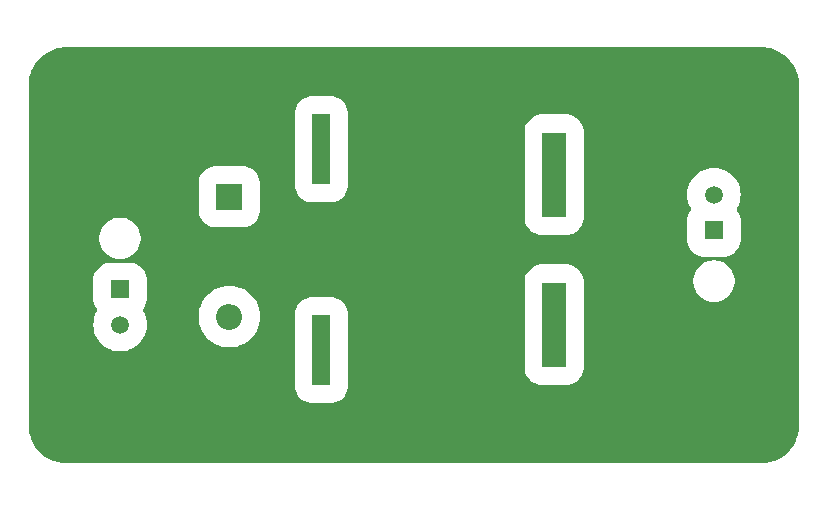
<source format=gbr>
From 20a29b6544fa6c74cbc5f6b4cca444fe2823eb3a Mon Sep 17 00:00:00 2001
From: Joshua Drake <joshua.ellis.drake@gmail.com>
Date: Wed, 31 Jan 2024 11:58:03 -0600
Subject: Added Daughter Board

---
 RBDaughter/Outputs/RBDaughter-B_Cu.gbr | 1269 ++++++++++++++++++++++++++++++++
 1 file changed, 1269 insertions(+)
 create mode 100644 RBDaughter/Outputs/RBDaughter-B_Cu.gbr

(limited to 'RBDaughter/Outputs/RBDaughter-B_Cu.gbr')

diff --git a/RBDaughter/Outputs/RBDaughter-B_Cu.gbr b/RBDaughter/Outputs/RBDaughter-B_Cu.gbr
new file mode 100644
index 0000000..aa02420
--- /dev/null
+++ b/RBDaughter/Outputs/RBDaughter-B_Cu.gbr
@@ -0,0 +1,1269 @@
+%TF.GenerationSoftware,KiCad,Pcbnew,7.0.10*%
+%TF.CreationDate,2024-01-31T01:51:46-06:00*%
+%TF.ProjectId,RBDaughter,52424461-7567-4687-9465-722e6b696361,rev?*%
+%TF.SameCoordinates,Original*%
+%TF.FileFunction,Copper,L2,Bot*%
+%TF.FilePolarity,Positive*%
+%FSLAX46Y46*%
+G04 Gerber Fmt 4.6, Leading zero omitted, Abs format (unit mm)*
+G04 Created by KiCad (PCBNEW 7.0.10) date 2024-01-31 01:51:46*
+%MOMM*%
+%LPD*%
+G01*
+G04 APERTURE LIST*
+%TA.AperFunction,ComponentPad*%
+%ADD10C,3.600000*%
+%TD*%
+%TA.AperFunction,ConnectorPad*%
+%ADD11C,5.700000*%
+%TD*%
+%TA.AperFunction,ComponentPad*%
+%ADD12R,1.520000X1.520000*%
+%TD*%
+%TA.AperFunction,ComponentPad*%
+%ADD13C,1.520000*%
+%TD*%
+%TA.AperFunction,ComponentPad*%
+%ADD14O,2.200000X2.200000*%
+%TD*%
+%TA.AperFunction,ComponentPad*%
+%ADD15R,2.200000X2.200000*%
+%TD*%
+%TA.AperFunction,ComponentPad*%
+%ADD16R,2.000000X7.200000*%
+%TD*%
+%TA.AperFunction,ComponentPad*%
+%ADD17R,1.500000X6.000000*%
+%TD*%
+G04 APERTURE END LIST*
+D10*
+%TO.P,H2,1,1*%
+%TO.N,GND*%
+X110750000Y-72250000D03*
+D11*
+X110750000Y-72250000D03*
+%TD*%
+%TO.P,H1,1,1*%
+%TO.N,GND*%
+X60750000Y-97500000D03*
+D10*
+X60750000Y-97500000D03*
+%TD*%
+D12*
+%TO.P,J2,1,Pin_1*%
+%TO.N,Net-(J2-Pin_1)*%
+X111028250Y-82994600D03*
+D13*
+%TO.P,J2,2,Pin_2*%
+%TO.N,Net-(J2-Pin_2)*%
+X111028250Y-79994600D03*
+%TD*%
+D12*
+%TO.P,J1,1,Pin_1*%
+%TO.N,Net-(J1-Pin_1)*%
+X60750000Y-88005400D03*
+D13*
+%TO.P,J1,2,Pin_2*%
+%TO.N,Net-(D1-A)*%
+X60750000Y-91005400D03*
+%TD*%
+D14*
+%TO.P,D1,2,A*%
+%TO.N,Net-(D1-A)*%
+X70000000Y-90330000D03*
+D15*
+%TO.P,D1,1,K*%
+%TO.N,Net-(D1-K)*%
+X70000000Y-80170000D03*
+%TD*%
+D16*
+%TO.P,K1,11*%
+%TO.N,Net-(J2-Pin_2)*%
+X97500000Y-78300000D03*
+%TO.P,K1,14*%
+%TO.N,Net-(J2-Pin_1)*%
+X97500000Y-91000000D03*
+D17*
+%TO.P,K1,A1*%
+%TO.N,Net-(D1-A)*%
+X77800000Y-93150000D03*
+%TO.P,K1,A2*%
+%TO.N,Net-(D1-K)*%
+X77800000Y-76150000D03*
+%TD*%
+%TA.AperFunction,Conductor*%
+%TO.N,GND*%
+G36*
+X115003243Y-67500670D02*
+G01*
+X115010073Y-67501027D01*
+X115133492Y-67507496D01*
+X115341015Y-67519150D01*
+X115353392Y-67520475D01*
+X115510971Y-67545433D01*
+X115512197Y-67545634D01*
+X115689184Y-67575705D01*
+X115700465Y-67578169D01*
+X115859845Y-67620875D01*
+X115862066Y-67621492D01*
+X116029159Y-67669631D01*
+X116039245Y-67673013D01*
+X116195450Y-67732974D01*
+X116198305Y-67734113D01*
+X116356946Y-67799824D01*
+X116365752Y-67803884D01*
+X116515836Y-67880355D01*
+X116519450Y-67882274D01*
+X116668689Y-67964756D01*
+X116676206Y-67969266D01*
+X116817963Y-68061324D01*
+X116822182Y-68064189D01*
+X116960715Y-68162483D01*
+X116966996Y-68167247D01*
+X117098592Y-68273812D01*
+X117103183Y-68277718D01*
+X117229640Y-68390726D01*
+X117234694Y-68395505D01*
+X117354493Y-68515304D01*
+X117359272Y-68520358D01*
+X117472280Y-68646815D01*
+X117476186Y-68651406D01*
+X117582751Y-68783002D01*
+X117587515Y-68789283D01*
+X117685809Y-68927816D01*
+X117688674Y-68932035D01*
+X117718019Y-68977221D01*
+X117780723Y-69073777D01*
+X117785250Y-69081322D01*
+X117867705Y-69230513D01*
+X117869662Y-69234199D01*
+X117946106Y-69384229D01*
+X117950182Y-69393071D01*
+X118015853Y-69551614D01*
+X118017056Y-69554630D01*
+X118076981Y-69710742D01*
+X118080371Y-69720852D01*
+X118128502Y-69887920D01*
+X118129123Y-69890153D01*
+X118171824Y-70049511D01*
+X118174297Y-70060835D01*
+X118204357Y-70237760D01*
+X118204582Y-70239131D01*
+X118229519Y-70396570D01*
+X118230851Y-70409017D01*
+X118242500Y-70616468D01*
+X118242525Y-70616929D01*
+X118249330Y-70746755D01*
+X118249500Y-70753246D01*
+X118249500Y-99496752D01*
+X118249330Y-99503243D01*
+X118242524Y-99633083D01*
+X118242499Y-99633544D01*
+X118230851Y-99840981D01*
+X118229519Y-99853428D01*
+X118204582Y-100010867D01*
+X118204357Y-100012238D01*
+X118174297Y-100189163D01*
+X118171824Y-100200487D01*
+X118129123Y-100359845D01*
+X118128502Y-100362078D01*
+X118080371Y-100529146D01*
+X118076981Y-100539256D01*
+X118017056Y-100695368D01*
+X118015853Y-100698384D01*
+X117950182Y-100856927D01*
+X117946106Y-100865769D01*
+X117869662Y-101015799D01*
+X117867705Y-101019485D01*
+X117785250Y-101168676D01*
+X117780717Y-101176231D01*
+X117688674Y-101317963D01*
+X117685809Y-101322182D01*
+X117587515Y-101460715D01*
+X117582751Y-101466996D01*
+X117476186Y-101598592D01*
+X117472280Y-101603183D01*
+X117359272Y-101729640D01*
+X117354493Y-101734694D01*
+X117234694Y-101854493D01*
+X117229640Y-101859272D01*
+X117103183Y-101972280D01*
+X117098592Y-101976186D01*
+X116966996Y-102082751D01*
+X116960715Y-102087515D01*
+X116822182Y-102185809D01*
+X116817963Y-102188674D01*
+X116676231Y-102280717D01*
+X116668676Y-102285250D01*
+X116519485Y-102367705D01*
+X116515799Y-102369662D01*
+X116365769Y-102446106D01*
+X116356927Y-102450182D01*
+X116198384Y-102515853D01*
+X116195368Y-102517056D01*
+X116039256Y-102576981D01*
+X116029146Y-102580371D01*
+X115862078Y-102628502D01*
+X115859845Y-102629123D01*
+X115700487Y-102671824D01*
+X115689163Y-102674297D01*
+X115512238Y-102704357D01*
+X115510867Y-102704582D01*
+X115353428Y-102729519D01*
+X115340981Y-102730851D01*
+X115133544Y-102742499D01*
+X115133083Y-102742524D01*
+X115003243Y-102749330D01*
+X114996752Y-102749500D01*
+X56253247Y-102749500D01*
+X56246756Y-102749330D01*
+X56116929Y-102742525D01*
+X56116468Y-102742500D01*
+X55909017Y-102730851D01*
+X55896572Y-102729519D01*
+X55877806Y-102726547D01*
+X55739131Y-102704582D01*
+X55737760Y-102704357D01*
+X55560835Y-102674297D01*
+X55549511Y-102671824D01*
+X55390153Y-102629123D01*
+X55387920Y-102628502D01*
+X55220852Y-102580371D01*
+X55210742Y-102576981D01*
+X55054630Y-102517056D01*
+X55051614Y-102515853D01*
+X54893071Y-102450182D01*
+X54884229Y-102446106D01*
+X54734199Y-102369662D01*
+X54730513Y-102367705D01*
+X54581322Y-102285250D01*
+X54573777Y-102280723D01*
+X54495424Y-102229840D01*
+X54432035Y-102188674D01*
+X54427816Y-102185809D01*
+X54289283Y-102087515D01*
+X54283002Y-102082751D01*
+X54151406Y-101976186D01*
+X54146815Y-101972280D01*
+X54020358Y-101859272D01*
+X54015304Y-101854493D01*
+X53895505Y-101734694D01*
+X53890726Y-101729640D01*
+X53777718Y-101603183D01*
+X53773812Y-101598592D01*
+X53667247Y-101466996D01*
+X53662483Y-101460715D01*
+X53564189Y-101322182D01*
+X53561324Y-101317963D01*
+X53531981Y-101272779D01*
+X53469266Y-101176206D01*
+X53464756Y-101168689D01*
+X53382274Y-101019450D01*
+X53380355Y-101015836D01*
+X53303884Y-100865752D01*
+X53299824Y-100856946D01*
+X53234113Y-100698305D01*
+X53232974Y-100695450D01*
+X53173013Y-100539245D01*
+X53169631Y-100529159D01*
+X53121492Y-100362066D01*
+X53120875Y-100359845D01*
+X53116213Y-100342446D01*
+X53078169Y-100200465D01*
+X53075705Y-100189184D01*
+X53045634Y-100012197D01*
+X53045433Y-100010971D01*
+X53020475Y-99853392D01*
+X53019150Y-99841015D01*
+X53007484Y-99633271D01*
+X53000670Y-99503242D01*
+X53000500Y-99496753D01*
+X53000500Y-96232850D01*
+X75549500Y-96232850D01*
+X75555918Y-96336235D01*
+X75555919Y-96336238D01*
+X75606950Y-96579615D01*
+X75606953Y-96579625D01*
+X75697342Y-96811269D01*
+X75824639Y-97024902D01*
+X75985348Y-97214649D01*
+X75985350Y-97214651D01*
+X76175097Y-97375360D01*
+X76175103Y-97375363D01*
+X76175106Y-97375366D01*
+X76388727Y-97502656D01*
+X76388730Y-97502657D01*
+X76620374Y-97593046D01*
+X76620381Y-97593048D01*
+X76620386Y-97593050D01*
+X76863763Y-97644081D01*
+X76967158Y-97650500D01*
+X76967169Y-97650500D01*
+X78632831Y-97650500D01*
+X78632842Y-97650500D01*
+X78736237Y-97644081D01*
+X78979614Y-97593050D01*
+X78979621Y-97593046D01*
+X78979625Y-97593046D01*
+X79058980Y-97562080D01*
+X79211273Y-97502656D01*
+X79424894Y-97375366D01*
+X79424898Y-97375361D01*
+X79424902Y-97375360D01*
+X79614649Y-97214651D01*
+X79614651Y-97214649D01*
+X79775360Y-97024902D01*
+X79775361Y-97024898D01*
+X79775366Y-97024894D01*
+X79902656Y-96811273D01*
+X79993050Y-96579614D01*
+X80044081Y-96336237D01*
+X80050500Y-96232842D01*
+X80050500Y-94682850D01*
+X94999500Y-94682850D01*
+X95005918Y-94786235D01*
+X95005919Y-94786238D01*
+X95056950Y-95029615D01*
+X95056953Y-95029625D01*
+X95147342Y-95261269D01*
+X95274639Y-95474902D01*
+X95435348Y-95664649D01*
+X95435350Y-95664651D01*
+X95625097Y-95825360D01*
+X95625103Y-95825363D01*
+X95625106Y-95825366D01*
+X95838727Y-95952656D01*
+X95838730Y-95952657D01*
+X96070374Y-96043046D01*
+X96070381Y-96043048D01*
+X96070386Y-96043050D01*
+X96313763Y-96094081D01*
+X96417158Y-96100500D01*
+X96417169Y-96100500D01*
+X98582831Y-96100500D01*
+X98582842Y-96100500D01*
+X98686237Y-96094081D01*
+X98929614Y-96043050D01*
+X98929621Y-96043046D01*
+X98929625Y-96043046D01*
+X99008980Y-96012080D01*
+X99161273Y-95952656D01*
+X99374894Y-95825366D01*
+X99374898Y-95825361D01*
+X99374902Y-95825360D01*
+X99564649Y-95664651D01*
+X99564651Y-95664649D01*
+X99725360Y-95474902D01*
+X99725361Y-95474898D01*
+X99725366Y-95474894D01*
+X99852656Y-95261273D01*
+X99943050Y-95029614D01*
+X99994081Y-94786237D01*
+X100000500Y-94682842D01*
+X100000500Y-87445787D01*
+X109277750Y-87445787D01*
+X109298044Y-87580423D01*
+X109316854Y-87705215D01*
+X109316855Y-87705217D01*
+X109316856Y-87705223D01*
+X109394188Y-87955926D01*
+X109508017Y-88192296D01*
+X109508018Y-88192297D01*
+X109508020Y-88192300D01*
+X109508022Y-88192304D01*
+X109635950Y-88379940D01*
+X109655817Y-88409079D01*
+X109834264Y-88601401D01*
+X109834268Y-88601404D01*
+X109834269Y-88601405D01*
+X110039393Y-88764986D01*
+X110266607Y-88896168D01*
+X110510834Y-88992020D01*
+X110766620Y-89050402D01*
+X110766626Y-89050402D01*
+X110766629Y-89050403D01*
+X110962734Y-89065099D01*
+X110962753Y-89065099D01*
+X110962756Y-89065100D01*
+X110962758Y-89065100D01*
+X111093742Y-89065100D01*
+X111093744Y-89065100D01*
+X111093746Y-89065099D01*
+X111093765Y-89065099D01*
+X111289870Y-89050403D01*
+X111289872Y-89050402D01*
+X111289880Y-89050402D01*
+X111545666Y-88992020D01*
+X111789893Y-88896168D01*
+X112017107Y-88764986D01*
+X112222231Y-88601405D01*
+X112400683Y-88409079D01*
+X112548478Y-88192304D01*
+X112551551Y-88185924D01*
+X112629933Y-88023161D01*
+X112662313Y-87955923D01*
+X112739646Y-87705215D01*
+X112778750Y-87445782D01*
+X112778750Y-87183418D01*
+X112739646Y-86923985D01*
+X112662313Y-86673277D01*
+X112590958Y-86525106D01*
+X112548482Y-86436903D01*
+X112548481Y-86436902D01*
+X112548480Y-86436901D01*
+X112548478Y-86436896D01*
+X112400683Y-86220121D01*
+X112358482Y-86174639D01*
+X112222235Y-86027798D01*
+X112069403Y-85905919D01*
+X112017107Y-85864214D01*
+X111789893Y-85733032D01*
+X111545666Y-85637180D01*
+X111545661Y-85637178D01*
+X111545652Y-85637176D01*
+X111328068Y-85587514D01*
+X111289880Y-85578798D01*
+X111289879Y-85578797D01*
+X111289875Y-85578797D01*
+X111289870Y-85578796D01*
+X111093765Y-85564100D01*
+X111093744Y-85564100D01*
+X110962756Y-85564100D01*
+X110962734Y-85564100D01*
+X110766629Y-85578796D01*
+X110766624Y-85578797D01*
+X110510847Y-85637176D01*
+X110510828Y-85637182D01*
+X110266606Y-85733032D01*
+X110039393Y-85864214D01*
+X109834264Y-86027798D01*
+X109655817Y-86220120D01*
+X109508018Y-86436902D01*
+X109508017Y-86436903D01*
+X109394188Y-86673273D01*
+X109316856Y-86923976D01*
+X109316855Y-86923981D01*
+X109316854Y-86923985D01*
+X109309860Y-86970386D01*
+X109277750Y-87183412D01*
+X109277750Y-87445787D01*
+X100000500Y-87445787D01*
+X100000500Y-87317158D01*
+X99994081Y-87213763D01*
+X99943050Y-86970386D01*
+X99943048Y-86970381D01*
+X99943046Y-86970374D01*
+X99852657Y-86738730D01*
+X99852656Y-86738727D01*
+X99725366Y-86525106D01*
+X99725363Y-86525103D01*
+X99725360Y-86525097D01*
+X99564651Y-86335350D01*
+X99564649Y-86335348D01*
+X99374902Y-86174639D01*
+X99374894Y-86174634D01*
+X99161273Y-86047344D01*
+X99161271Y-86047343D01*
+X99161269Y-86047342D01*
+X98929625Y-85956953D01*
+X98929615Y-85956950D01*
+X98686238Y-85905919D01*
+X98686235Y-85905918D01*
+X98582850Y-85899500D01*
+X98582842Y-85899500D01*
+X96417158Y-85899500D01*
+X96417149Y-85899500D01*
+X96313764Y-85905918D01*
+X96313761Y-85905919D01*
+X96070384Y-85956950D01*
+X96070374Y-85956953D01*
+X95838730Y-86047342D01*
+X95625097Y-86174639D01*
+X95435350Y-86335348D01*
+X95435348Y-86335350D01*
+X95274639Y-86525097D01*
+X95147342Y-86738730D01*
+X95056953Y-86970374D01*
+X95056950Y-86970384D01*
+X95005919Y-87213761D01*
+X95005918Y-87213764D01*
+X94999500Y-87317149D01*
+X94999500Y-94682850D01*
+X80050500Y-94682850D01*
+X80050500Y-90067158D01*
+X80044081Y-89963763D01*
+X79993050Y-89720386D01*
+X79993048Y-89720381D01*
+X79993046Y-89720374D01*
+X79902657Y-89488730D01*
+X79902656Y-89488727D01*
+X79775366Y-89275106D01*
+X79775363Y-89275103D01*
+X79775360Y-89275097D01*
+X79614651Y-89085350D01*
+X79614649Y-89085348D01*
+X79424902Y-88924639D01*
+X79424894Y-88924634D01*
+X79211273Y-88797344D01*
+X79211271Y-88797343D01*
+X79211269Y-88797342D01*
+X78979625Y-88706953D01*
+X78979615Y-88706950D01*
+X78736238Y-88655919D01*
+X78736235Y-88655918D01*
+X78632850Y-88649500D01*
+X78632842Y-88649500D01*
+X76967158Y-88649500D01*
+X76967149Y-88649500D01*
+X76863764Y-88655918D01*
+X76863761Y-88655919D01*
+X76620384Y-88706950D01*
+X76620374Y-88706953D01*
+X76388730Y-88797342D01*
+X76175097Y-88924639D01*
+X75985350Y-89085348D01*
+X75985348Y-89085350D01*
+X75824639Y-89275097D01*
+X75697342Y-89488730D01*
+X75606953Y-89720374D01*
+X75606950Y-89720384D01*
+X75555919Y-89963761D01*
+X75555918Y-89963764D01*
+X75549500Y-90067149D01*
+X75549500Y-96232850D01*
+X53000500Y-96232850D01*
+X53000500Y-91005400D01*
+X58484650Y-91005400D01*
+X58500932Y-91253827D01*
+X58504030Y-91301086D01*
+X58504031Y-91301098D01*
+X58561838Y-91591708D01*
+X58561842Y-91591723D01*
+X58657088Y-91872307D01*
+X58657097Y-91872328D01*
+X58788149Y-92138076D01*
+X58952778Y-92384459D01*
+X59148155Y-92607244D01*
+X59181901Y-92636838D01*
+X59370942Y-92802623D01*
+X59456138Y-92859549D01*
+X59617323Y-92967250D01*
+X59883071Y-93098302D01*
+X59883076Y-93098304D01*
+X59883088Y-93098310D01*
+X60163684Y-93193560D01*
+X60360149Y-93232639D01*
+X60454301Y-93251368D01*
+X60454302Y-93251368D01*
+X60454312Y-93251370D01*
+X60750000Y-93270750D01*
+X61045688Y-93251370D01*
+X61336316Y-93193560D01*
+X61616912Y-93098310D01*
+X61882675Y-92967251D01*
+X62129058Y-92802623D01*
+X62351844Y-92607244D01*
+X62547223Y-92384458D01*
+X62711851Y-92138075D01*
+X62842910Y-91872312D01*
+X62938160Y-91591716D01*
+X62995970Y-91301088D01*
+X63015350Y-91005400D01*
+X62995970Y-90709712D01*
+X62938160Y-90419084D01*
+X62907920Y-90330000D01*
+X67394747Y-90330000D01*
+X67413741Y-90644023D01*
+X67413741Y-90644028D01*
+X67413742Y-90644029D01*
+X67470451Y-90953478D01*
+X67470452Y-90953482D01*
+X67470453Y-90953486D01*
+X67564039Y-91253816D01*
+X67564043Y-91253827D01*
+X67564044Y-91253830D01*
+X67564046Y-91253835D01*
+X67693163Y-91540721D01*
+X67855919Y-91809952D01*
+X67855924Y-91809960D01*
+X68049942Y-92057605D01*
+X68272394Y-92280057D01*
+X68520039Y-92474075D01*
+X68520044Y-92474078D01*
+X68520048Y-92474081D01*
+X68789279Y-92636837D01*
+X69076165Y-92765954D01*
+X69076175Y-92765957D01*
+X69076183Y-92765960D01*
+X69276403Y-92828350D01*
+X69376522Y-92859549D01*
+X69685971Y-92916258D01*
+X70000000Y-92935253D01*
+X70314029Y-92916258D01*
+X70623478Y-92859549D01*
+X70923835Y-92765954D01*
+X71210721Y-92636837D01*
+X71479952Y-92474081D01*
+X71727602Y-92280060D01*
+X71950060Y-92057602D01*
+X72144081Y-91809952D01*
+X72306837Y-91540721D01*
+X72435954Y-91253835D01*
+X72529549Y-90953478D01*
+X72586258Y-90644029D01*
+X72605253Y-90330000D01*
+X72586258Y-90015971D01*
+X72529549Y-89706522D01*
+X72498350Y-89606403D01*
+X72435960Y-89406183D01*
+X72435956Y-89406172D01*
+X72435954Y-89406165D01*
+X72306837Y-89119279D01*
+X72144081Y-88850048D01*
+X72144078Y-88850044D01*
+X72144075Y-88850039D01*
+X71950057Y-88602394D01*
+X71727605Y-88379942D01*
+X71479960Y-88185924D01*
+X71479952Y-88185919D01*
+X71210721Y-88023163D01*
+X70923835Y-87894046D01*
+X70923830Y-87894044D01*
+X70923827Y-87894043D01*
+X70923816Y-87894039D01*
+X70623486Y-87800453D01*
+X70623482Y-87800452D01*
+X70623478Y-87800451D01*
+X70314029Y-87743742D01*
+X70314028Y-87743741D01*
+X70314023Y-87743741D01*
+X70000000Y-87724747D01*
+X69685976Y-87743741D01*
+X69685971Y-87743742D01*
+X69376522Y-87800451D01*
+X69376519Y-87800451D01*
+X69376513Y-87800453D01*
+X69076183Y-87894039D01*
+X69076172Y-87894043D01*
+X68789283Y-88023161D01*
+X68789281Y-88023162D01*
+X68520039Y-88185924D01*
+X68272394Y-88379942D01*
+X68049942Y-88602394D01*
+X67855924Y-88850039D01*
+X67693162Y-89119281D01*
+X67693161Y-89119283D01*
+X67564043Y-89406172D01*
+X67564039Y-89406183D01*
+X67470453Y-89706513D01*
+X67470451Y-89706519D01*
+X67470451Y-89706522D01*
+X67446718Y-89836027D01*
+X67413741Y-90015976D01*
+X67394747Y-90330000D01*
+X62907920Y-90330000D01*
+X62842910Y-90138488D01*
+X62711851Y-89872725D01*
+X62687329Y-89836026D01*
+X62666453Y-89769350D01*
+X62684938Y-89701970D01*
+X62695811Y-89686996D01*
+X62735366Y-89640294D01*
+X62862656Y-89426673D01*
+X62953050Y-89195014D01*
+X63004081Y-88951637D01*
+X63010500Y-88848242D01*
+X63010500Y-87162558D01*
+X63004081Y-87059163D01*
+X62953050Y-86815786D01*
+X62953048Y-86815781D01*
+X62953046Y-86815774D01*
+X62862657Y-86584130D01*
+X62862656Y-86584127D01*
+X62735366Y-86370506D01*
+X62735363Y-86370503D01*
+X62735360Y-86370497D01*
+X62574651Y-86180750D01*
+X62574649Y-86180748D01*
+X62384902Y-86020039D01*
+X62279030Y-85956953D01*
+X62171273Y-85892744D01*
+X62171271Y-85892743D01*
+X62171269Y-85892742D01*
+X61939625Y-85802353D01*
+X61939615Y-85802350D01*
+X61696238Y-85751319D01*
+X61696235Y-85751318D01*
+X61592850Y-85744900D01*
+X61592842Y-85744900D01*
+X59907158Y-85744900D01*
+X59907149Y-85744900D01*
+X59803764Y-85751318D01*
+X59803761Y-85751319D01*
+X59560384Y-85802350D01*
+X59560374Y-85802353D01*
+X59328730Y-85892742D01*
+X59115097Y-86020039D01*
+X58925350Y-86180748D01*
+X58925348Y-86180750D01*
+X58764639Y-86370497D01*
+X58637342Y-86584130D01*
+X58546953Y-86815774D01*
+X58546950Y-86815784D01*
+X58495919Y-87059161D01*
+X58495918Y-87059164D01*
+X58489500Y-87162549D01*
+X58489500Y-88848250D01*
+X58495918Y-88951635D01*
+X58495919Y-88951638D01*
+X58546950Y-89195015D01*
+X58546953Y-89195025D01*
+X58637342Y-89426669D01*
+X58764639Y-89640302D01*
+X58804188Y-89686996D01*
+X58832495Y-89750874D01*
+X58821773Y-89819916D01*
+X58812669Y-89836026D01*
+X58788150Y-89872721D01*
+X58657097Y-90138471D01*
+X58657088Y-90138492D01*
+X58561842Y-90419076D01*
+X58561838Y-90419091D01*
+X58504031Y-90709701D01*
+X58504030Y-90709711D01*
+X58504030Y-90709712D01*
+X58484650Y-91005400D01*
+X53000500Y-91005400D01*
+X53000500Y-83816587D01*
+X58999500Y-83816587D01*
+X59002644Y-83837442D01*
+X59038604Y-84076015D01*
+X59038605Y-84076017D01*
+X59038606Y-84076023D01*
+X59115938Y-84326726D01*
+X59229767Y-84563096D01*
+X59229768Y-84563097D01*
+X59229770Y-84563100D01*
+X59229772Y-84563104D01*
+X59377567Y-84779879D01*
+X59556014Y-84972201D01*
+X59556018Y-84972204D01*
+X59556019Y-84972205D01*
+X59761143Y-85135786D01*
+X59988357Y-85266968D01*
+X60232584Y-85362820D01*
+X60488370Y-85421202D01*
+X60488376Y-85421202D01*
+X60488379Y-85421203D01*
+X60684484Y-85435899D01*
+X60684503Y-85435899D01*
+X60684506Y-85435900D01*
+X60684508Y-85435900D01*
+X60815492Y-85435900D01*
+X60815494Y-85435900D01*
+X60815496Y-85435899D01*
+X60815515Y-85435899D01*
+X61011620Y-85421203D01*
+X61011622Y-85421202D01*
+X61011630Y-85421202D01*
+X61267416Y-85362820D01*
+X61511643Y-85266968D01*
+X61738857Y-85135786D01*
+X61943981Y-84972205D01*
+X62122433Y-84779879D01*
+X62270228Y-84563104D01*
+X62384063Y-84326723D01*
+X62461396Y-84076015D01*
+X62500500Y-83816582D01*
+X62500500Y-83554218D01*
+X62461396Y-83294785D01*
+X62384063Y-83044077D01*
+X62372121Y-83019280D01*
+X62270232Y-82807703D01*
+X62270231Y-82807702D01*
+X62270230Y-82807701D01*
+X62270228Y-82807696D01*
+X62122433Y-82590921D01*
+X62094920Y-82561269D01*
+X61943985Y-82398598D01*
+X61863798Y-82334651D01*
+X61738857Y-82235014D01*
+X61511643Y-82103832D01*
+X61267416Y-82007980D01*
+X61267411Y-82007978D01*
+X61267402Y-82007976D01*
+X61049818Y-81958314D01*
+X61011630Y-81949598D01*
+X61011629Y-81949597D01*
+X61011625Y-81949597D01*
+X61011620Y-81949596D01*
+X60815515Y-81934900D01*
+X60815494Y-81934900D01*
+X60684506Y-81934900D01*
+X60684484Y-81934900D01*
+X60488379Y-81949596D01*
+X60488374Y-81949597D01*
+X60232597Y-82007976D01*
+X60232578Y-82007982D01*
+X59988356Y-82103832D01*
+X59761143Y-82235014D01*
+X59556014Y-82398598D01*
+X59377567Y-82590920D01*
+X59229768Y-82807702D01*
+X59229767Y-82807703D01*
+X59115938Y-83044073D01*
+X59038606Y-83294776D01*
+X59038605Y-83294781D01*
+X59038604Y-83294785D01*
+X59031329Y-83343050D01*
+X58999500Y-83554212D01*
+X58999500Y-83816587D01*
+X53000500Y-83816587D01*
+X53000500Y-81352850D01*
+X67399500Y-81352850D01*
+X67405918Y-81456235D01*
+X67405919Y-81456238D01*
+X67456950Y-81699615D01*
+X67456953Y-81699625D01*
+X67498066Y-81804986D01*
+X67547344Y-81931273D01*
+X67674634Y-82144894D01*
+X67674639Y-82144902D01*
+X67835348Y-82334649D01*
+X67835350Y-82334651D01*
+X68025097Y-82495360D01*
+X68025103Y-82495363D01*
+X68025106Y-82495366D01*
+X68238727Y-82622656D01*
+X68238730Y-82622657D01*
+X68470374Y-82713046D01*
+X68470381Y-82713048D01*
+X68470386Y-82713050D01*
+X68713763Y-82764081D01*
+X68817158Y-82770500D01*
+X68817169Y-82770500D01*
+X71182831Y-82770500D01*
+X71182842Y-82770500D01*
+X71286237Y-82764081D01*
+X71529614Y-82713050D01*
+X71529621Y-82713046D01*
+X71529625Y-82713046D01*
+X71608980Y-82682080D01*
+X71761273Y-82622656D01*
+X71974894Y-82495366D01*
+X71974898Y-82495361D01*
+X71974902Y-82495360D01*
+X72164649Y-82334651D01*
+X72164651Y-82334649D01*
+X72325360Y-82144902D01*
+X72325361Y-82144898D01*
+X72325366Y-82144894D01*
+X72421923Y-81982850D01*
+X94999500Y-81982850D01*
+X95005918Y-82086235D01*
+X95005919Y-82086238D01*
+X95056950Y-82329615D01*
+X95056953Y-82329625D01*
+X95147342Y-82561269D01*
+X95147344Y-82561273D01*
+X95268191Y-82764081D01*
+X95274639Y-82774902D01*
+X95435348Y-82964649D01*
+X95435350Y-82964651D01*
+X95625097Y-83125360D01*
+X95625103Y-83125363D01*
+X95625106Y-83125366D01*
+X95838727Y-83252656D01*
+X95838730Y-83252657D01*
+X96070374Y-83343046D01*
+X96070381Y-83343048D01*
+X96070386Y-83343050D01*
+X96313763Y-83394081D01*
+X96417158Y-83400500D01*
+X96417169Y-83400500D01*
+X98582831Y-83400500D01*
+X98582842Y-83400500D01*
+X98686237Y-83394081D01*
+X98929614Y-83343050D01*
+X98929621Y-83343046D01*
+X98929625Y-83343046D01*
+X99053306Y-83294785D01*
+X99161273Y-83252656D01*
+X99374894Y-83125366D01*
+X99374898Y-83125361D01*
+X99374902Y-83125360D01*
+X99564649Y-82964651D01*
+X99564651Y-82964649D01*
+X99725360Y-82774902D01*
+X99725361Y-82774898D01*
+X99725366Y-82774894D01*
+X99852656Y-82561273D01*
+X99941085Y-82334650D01*
+X99943046Y-82329625D01*
+X99943046Y-82329621D01*
+X99943050Y-82329614D01*
+X99994081Y-82086237D01*
+X100000500Y-81982842D01*
+X100000500Y-79994600D01*
+X108762900Y-79994600D01*
+X108777322Y-80214649D01*
+X108782280Y-80290286D01*
+X108782281Y-80290298D01*
+X108840088Y-80580908D01*
+X108840092Y-80580923D01*
+X108935338Y-80861507D01*
+X108935347Y-80861528D01*
+X109066398Y-81127274D01*
+X109090919Y-81163972D01*
+X109111796Y-81230649D01*
+X109093311Y-81298029D01*
+X109082440Y-81313002D01*
+X109042883Y-81359707D01*
+X109042877Y-81359715D01*
+X108915593Y-81573327D01*
+X108915593Y-81573328D01*
+X108825203Y-81804974D01*
+X108825200Y-81804984D01*
+X108774169Y-82048361D01*
+X108774168Y-82048364D01*
+X108767750Y-82151749D01*
+X108767750Y-83837450D01*
+X108774168Y-83940835D01*
+X108774169Y-83940838D01*
+X108825200Y-84184215D01*
+X108825203Y-84184225D01*
+X108915592Y-84415869D01*
+X108915594Y-84415873D01*
+X109042884Y-84629494D01*
+X109042889Y-84629502D01*
+X109203598Y-84819249D01*
+X109203600Y-84819251D01*
+X109393347Y-84979960D01*
+X109393353Y-84979963D01*
+X109393356Y-84979966D01*
+X109606977Y-85107256D01*
+X109606980Y-85107257D01*
+X109838624Y-85197646D01*
+X109838631Y-85197648D01*
+X109838636Y-85197650D01*
+X110082013Y-85248681D01*
+X110185408Y-85255100D01*
+X110185419Y-85255100D01*
+X111871081Y-85255100D01*
+X111871092Y-85255100D01*
+X111974487Y-85248681D01*
+X112217864Y-85197650D01*
+X112217871Y-85197646D01*
+X112217875Y-85197646D01*
+X112297230Y-85166680D01*
+X112449523Y-85107256D01*
+X112663144Y-84979966D01*
+X112663148Y-84979961D01*
+X112663152Y-84979960D01*
+X112852899Y-84819251D01*
+X112852901Y-84819249D01*
+X113013610Y-84629502D01*
+X113013611Y-84629498D01*
+X113013616Y-84629494D01*
+X113140906Y-84415873D01*
+X113231300Y-84184214D01*
+X113282331Y-83940837D01*
+X113288750Y-83837442D01*
+X113288750Y-82151758D01*
+X113282331Y-82048363D01*
+X113231300Y-81804986D01*
+X113231298Y-81804981D01*
+X113231296Y-81804974D01*
+X113140907Y-81573330D01*
+X113140906Y-81573328D01*
+X113140906Y-81573327D01*
+X113013616Y-81359706D01*
+X112974059Y-81313002D01*
+X112945753Y-81249126D01*
+X112956475Y-81180084D01*
+X112965572Y-81163983D01*
+X112990101Y-81127275D01*
+X113121160Y-80861512D01*
+X113216410Y-80580916D01*
+X113274220Y-80290288D01*
+X113293600Y-79994600D01*
+X113274220Y-79698912D01*
+X113216410Y-79408284D01*
+X113121160Y-79127688D01*
+X112990101Y-78861925D01*
+X112825473Y-78615542D01*
+X112782666Y-78566730D01*
+X112630094Y-78392755D01*
+X112407309Y-78197378D01*
+X112403895Y-78195097D01*
+X112325554Y-78142750D01*
+X112160926Y-78032749D01*
+X111895178Y-77901697D01*
+X111895157Y-77901688D01*
+X111614573Y-77806442D01*
+X111614567Y-77806440D01*
+X111614566Y-77806440D01*
+X111614564Y-77806439D01*
+X111614558Y-77806438D01*
+X111323948Y-77748631D01*
+X111323939Y-77748630D01*
+X111323938Y-77748630D01*
+X111028250Y-77729250D01*
+X110732562Y-77748630D01*
+X110732561Y-77748630D01*
+X110732551Y-77748631D01*
+X110441941Y-77806438D01*
+X110441926Y-77806442D01*
+X110161342Y-77901688D01*
+X110161321Y-77901697D01*
+X109895573Y-78032749D01*
+X109649190Y-78197378D01*
+X109426405Y-78392755D01*
+X109231028Y-78615540D01*
+X109066399Y-78861923D01*
+X108935347Y-79127671D01*
+X108935338Y-79127692D01*
+X108840092Y-79408276D01*
+X108840088Y-79408291D01*
+X108782281Y-79698901D01*
+X108782280Y-79698911D01*
+X108782280Y-79698912D01*
+X108762900Y-79994600D01*
+X100000500Y-79994600D01*
+X100000500Y-74617158D01*
+X99994081Y-74513763D01*
+X99943050Y-74270386D01*
+X99943048Y-74270381D01*
+X99943046Y-74270374D01*
+X99852657Y-74038730D01*
+X99852656Y-74038727D01*
+X99725366Y-73825106D01*
+X99725363Y-73825103D01*
+X99725360Y-73825097D01*
+X99564651Y-73635350D01*
+X99564649Y-73635348D01*
+X99374902Y-73474639D01*
+X99374894Y-73474634D01*
+X99161273Y-73347344D01*
+X99161271Y-73347343D01*
+X99161269Y-73347342D01*
+X98929625Y-73256953D01*
+X98929615Y-73256950D01*
+X98686238Y-73205919D01*
+X98686235Y-73205918D01*
+X98582850Y-73199500D01*
+X98582842Y-73199500D01*
+X96417158Y-73199500D01*
+X96417149Y-73199500D01*
+X96313764Y-73205918D01*
+X96313761Y-73205919D01*
+X96070384Y-73256950D01*
+X96070374Y-73256953D01*
+X95838730Y-73347342D01*
+X95625097Y-73474639D01*
+X95435350Y-73635348D01*
+X95435348Y-73635350D01*
+X95274639Y-73825097D01*
+X95147342Y-74038730D01*
+X95056953Y-74270374D01*
+X95056950Y-74270384D01*
+X95005919Y-74513761D01*
+X95005918Y-74513764D01*
+X94999500Y-74617149D01*
+X94999500Y-81982850D01*
+X72421923Y-81982850D01*
+X72452656Y-81931273D01*
+X72543050Y-81699614D01*
+X72594081Y-81456237D01*
+X72600500Y-81352842D01*
+X72600500Y-79232850D01*
+X75549500Y-79232850D01*
+X75555918Y-79336235D01*
+X75555919Y-79336238D01*
+X75606950Y-79579615D01*
+X75606953Y-79579625D01*
+X75697342Y-79811269D01*
+X75824639Y-80024902D01*
+X75985348Y-80214649D01*
+X75985350Y-80214651D01*
+X76175097Y-80375360D01*
+X76175103Y-80375363D01*
+X76175106Y-80375366D01*
+X76388727Y-80502656D01*
+X76388730Y-80502657D01*
+X76620374Y-80593046D01*
+X76620381Y-80593048D01*
+X76620386Y-80593050D01*
+X76863763Y-80644081D01*
+X76967158Y-80650500D01*
+X76967169Y-80650500D01*
+X78632831Y-80650500D01*
+X78632842Y-80650500D01*
+X78736237Y-80644081D01*
+X78979614Y-80593050D01*
+X78979621Y-80593046D01*
+X78979625Y-80593046D01*
+X79058980Y-80562080D01*
+X79211273Y-80502656D01*
+X79424894Y-80375366D01*
+X79424898Y-80375361D01*
+X79424902Y-80375360D01*
+X79614649Y-80214651D01*
+X79614651Y-80214649D01*
+X79775360Y-80024902D01*
+X79775361Y-80024898D01*
+X79775366Y-80024894D01*
+X79902656Y-79811273D01*
+X79993050Y-79579614D01*
+X80044081Y-79336237D01*
+X80050500Y-79232842D01*
+X80050500Y-73067158D01*
+X80044081Y-72963763D01*
+X79993050Y-72720386D01*
+X79993048Y-72720381D01*
+X79993046Y-72720374D01*
+X79902657Y-72488730D01*
+X79902656Y-72488727D01*
+X79775366Y-72275106D01*
+X79775363Y-72275103D01*
+X79775360Y-72275097D01*
+X79614651Y-72085350D01*
+X79614649Y-72085348D01*
+X79424902Y-71924639D01*
+X79424894Y-71924634D01*
+X79211273Y-71797344D01*
+X79211271Y-71797343D01*
+X79211269Y-71797342D01*
+X78979625Y-71706953D01*
+X78979615Y-71706950D01*
+X78736238Y-71655919D01*
+X78736235Y-71655918D01*
+X78632850Y-71649500D01*
+X78632842Y-71649500D01*
+X76967158Y-71649500D01*
+X76967149Y-71649500D01*
+X76863764Y-71655918D01*
+X76863761Y-71655919D01*
+X76620384Y-71706950D01*
+X76620374Y-71706953D01*
+X76388730Y-71797342D01*
+X76175097Y-71924639D01*
+X75985350Y-72085348D01*
+X75985348Y-72085350D01*
+X75824639Y-72275097D01*
+X75697342Y-72488730D01*
+X75606953Y-72720374D01*
+X75606950Y-72720384D01*
+X75555919Y-72963761D01*
+X75555918Y-72963764D01*
+X75549500Y-73067149D01*
+X75549500Y-79232850D01*
+X72600500Y-79232850D01*
+X72600500Y-78987158D01*
+X72594081Y-78883763D01*
+X72543050Y-78640386D01*
+X72543048Y-78640381D01*
+X72543046Y-78640374D01*
+X72452657Y-78408730D01*
+X72452656Y-78408727D01*
+X72325366Y-78195106D01*
+X72325363Y-78195103D01*
+X72325360Y-78195097D01*
+X72164651Y-78005350D01*
+X72164649Y-78005348D01*
+X71974902Y-77844639D01*
+X71910799Y-77806442D01*
+X71761273Y-77717344D01*
+X71761271Y-77717343D01*
+X71761269Y-77717342D01*
+X71529625Y-77626953D01*
+X71529615Y-77626950D01*
+X71286238Y-77575919D01*
+X71286235Y-77575918D01*
+X71182850Y-77569500D01*
+X71182842Y-77569500D01*
+X68817158Y-77569500D01*
+X68817149Y-77569500D01*
+X68713764Y-77575918D01*
+X68713761Y-77575919D01*
+X68470384Y-77626950D01*
+X68470374Y-77626953D01*
+X68238730Y-77717342D01*
+X68025097Y-77844639D01*
+X67835350Y-78005348D01*
+X67835348Y-78005350D01*
+X67674639Y-78195097D01*
+X67547342Y-78408730D01*
+X67456953Y-78640374D01*
+X67456950Y-78640384D01*
+X67405919Y-78883761D01*
+X67405918Y-78883764D01*
+X67399500Y-78987149D01*
+X67399500Y-81352850D01*
+X53000500Y-81352850D01*
+X53000500Y-70753246D01*
+X53000670Y-70746757D01*
+X53000986Y-70740712D01*
+X53007499Y-70616440D01*
+X53019150Y-70408980D01*
+X53020474Y-70396611D01*
+X53045444Y-70238956D01*
+X53045624Y-70237859D01*
+X53075707Y-70060806D01*
+X53078166Y-70049543D01*
+X53120894Y-69890083D01*
+X53121476Y-69887988D01*
+X53169635Y-69720826D01*
+X53173008Y-69710768D01*
+X53232995Y-69554496D01*
+X53234092Y-69551746D01*
+X53299833Y-69393034D01*
+X53303874Y-69384266D01*
+X53380381Y-69234113D01*
+X53382247Y-69230598D01*
+X53464770Y-69081284D01*
+X53469250Y-69073817D01*
+X53561358Y-68931984D01*
+X53564168Y-68927845D01*
+X53662506Y-68789252D01*
+X53667222Y-68783033D01*
+X53773833Y-68651380D01*
+X53777696Y-68646839D01*
+X53890760Y-68520321D01*
+X53895470Y-68515340D01*
+X54015340Y-68395470D01*
+X54020321Y-68390760D01*
+X54146839Y-68277696D01*
+X54151380Y-68273833D01*
+X54283033Y-68167222D01*
+X54289252Y-68162506D01*
+X54427845Y-68064168D01*
+X54431984Y-68061358D01*
+X54573817Y-67969250D01*
+X54581284Y-67964770D01*
+X54730598Y-67882247D01*
+X54734113Y-67880381D01*
+X54884266Y-67803874D01*
+X54893034Y-67799833D01*
+X55051746Y-67734092D01*
+X55054496Y-67732995D01*
+X55210768Y-67673008D01*
+X55220826Y-67669635D01*
+X55387988Y-67621476D01*
+X55390083Y-67620894D01*
+X55549543Y-67578166D01*
+X55560806Y-67575707D01*
+X55737859Y-67545624D01*
+X55738956Y-67545444D01*
+X55896611Y-67520474D01*
+X55908980Y-67519150D01*
+X56116440Y-67507499D01*
+X56240712Y-67500986D01*
+X56246757Y-67500670D01*
+X56253246Y-67500500D01*
+X114996754Y-67500500D01*
+X115003243Y-67500670D01*
+G37*
+%TD.AperFunction*%
+%TD*%
+M02*
-- 
cgit v1.2.3


</source>
